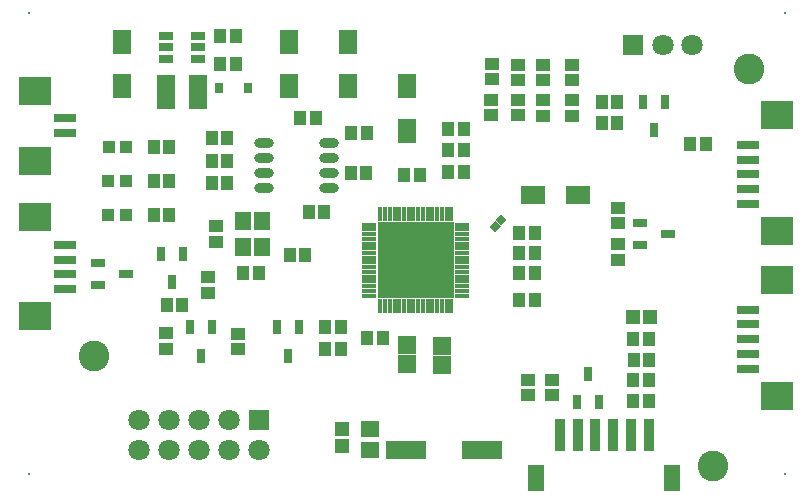
<source format=gts>
G04*
G04 #@! TF.GenerationSoftware,Altium Limited,Altium Designer,25.4.2 (15)*
G04*
G04 Layer_Color=8388736*
%FSLAX44Y44*%
%MOMM*%
G71*
G04*
G04 #@! TF.SameCoordinates,49B81D0F-A9A4-424D-AE8F-31BE1D99DEBE*
G04*
G04*
G04 #@! TF.FilePolarity,Negative*
G04*
G01*
G75*
G04:AMPARAMS|DCode=44|XSize=0.1mm|YSize=0.7mm|CornerRadius=0mm|HoleSize=0mm|Usage=FLASHONLY|Rotation=45.000|XOffset=0mm|YOffset=0mm|HoleType=Round|Shape=Rectangle|*
%AMROTATEDRECTD44*
4,1,4,0.2121,-0.2828,-0.2828,0.2121,-0.2121,0.2828,0.2828,-0.2121,0.2121,-0.2828,0.0*
%
%ADD44ROTATEDRECTD44*%

%ADD45R,1.0532X1.1532*%
%ADD46R,0.8032X1.2032*%
%ADD47P,0.9900X4X90.0*%
%ADD48R,1.5032X2.0032*%
%ADD49R,1.2032X1.1032*%
%ADD50R,1.2532X0.4032*%
%ADD51R,0.4032X1.2532*%
%ADD52R,6.4532X6.4532*%
%ADD53R,1.1032X1.2032*%
%ADD54R,1.2532X1.2032*%
%ADD55R,1.2032X1.2532*%
%ADD56R,1.6032X1.5032*%
%ADD57R,1.0032X1.0032*%
%ADD58R,1.4032X1.6032*%
%ADD59R,2.0032X1.5032*%
%ADD60C,2.6000*%
%ADD61R,1.1532X1.0532*%
%ADD62R,0.9532X2.7032*%
%ADD63R,1.4032X2.2032*%
%ADD64R,3.5032X1.5032*%
%ADD65R,1.5532X1.3532*%
%ADD66R,2.7032X2.4032*%
%ADD67R,1.9032X0.8032*%
%ADD68R,1.6032X2.9032*%
%ADD69R,0.7632X0.8932*%
%ADD70R,1.2032X0.7532*%
%ADD71O,1.6532X0.8032*%
%ADD72R,1.2032X0.8032*%
%ADD73C,1.8032*%
%ADD74R,1.8032X1.8032*%
%ADD75C,0.2032*%
D44*
X426828Y241828D02*
D03*
D45*
X197500Y295000D02*
D03*
X184500D02*
D03*
X197500Y276000D02*
D03*
X184500D02*
D03*
X148521Y248780D02*
D03*
X135521D02*
D03*
Y306780D02*
D03*
X148521D02*
D03*
Y277780D02*
D03*
X135521D02*
D03*
X266500Y252000D02*
D03*
X279500D02*
D03*
X191500Y401000D02*
D03*
X204500D02*
D03*
X204500Y377000D02*
D03*
X191500D02*
D03*
X554500Y126000D02*
D03*
X541500D02*
D03*
X302500Y319000D02*
D03*
X315500D02*
D03*
X280500Y154000D02*
D03*
X293500D02*
D03*
X293500Y136000D02*
D03*
X280500D02*
D03*
X602559Y309000D02*
D03*
X589559D02*
D03*
X514500Y345000D02*
D03*
X527500D02*
D03*
X527500Y327000D02*
D03*
X514500D02*
D03*
X315128Y284508D02*
D03*
X302128D02*
D03*
X184500Y314000D02*
D03*
X197500D02*
D03*
X159500Y173000D02*
D03*
X146500D02*
D03*
X554351Y109100D02*
D03*
X541351D02*
D03*
D46*
X184686Y154083D02*
D03*
X165686D02*
D03*
X175186Y130083D02*
D03*
X258500Y154000D02*
D03*
X239500D02*
D03*
X249000Y130000D02*
D03*
X150510Y192257D02*
D03*
X141010Y216257D02*
D03*
X160010D02*
D03*
X493330Y90910D02*
D03*
X512330D02*
D03*
X502830Y114910D02*
D03*
X568500Y345000D02*
D03*
X549500D02*
D03*
X559000Y321000D02*
D03*
D47*
X429657Y244657D02*
D03*
X424000Y239000D02*
D03*
D48*
X300000Y396000D02*
D03*
Y358000D02*
D03*
X350000Y320000D02*
D03*
X108000Y396000D02*
D03*
Y358000D02*
D03*
X350000Y358000D02*
D03*
X250000Y358000D02*
D03*
Y396000D02*
D03*
D49*
X188000Y239750D02*
D03*
Y226250D02*
D03*
X489000Y346813D02*
D03*
Y333312D02*
D03*
X465000Y346813D02*
D03*
Y333312D02*
D03*
D50*
X396433Y181000D02*
D03*
X396433Y185000D02*
D03*
Y189000D02*
D03*
X396433Y193000D02*
D03*
Y197000D02*
D03*
X396433Y201000D02*
D03*
Y205000D02*
D03*
Y209000D02*
D03*
X396433Y213000D02*
D03*
X396433Y217000D02*
D03*
X396433Y221000D02*
D03*
X396433Y225000D02*
D03*
Y229000D02*
D03*
X396433Y233000D02*
D03*
X396433Y237000D02*
D03*
Y241000D02*
D03*
X317933Y241000D02*
D03*
X317933Y237000D02*
D03*
X317933Y233000D02*
D03*
X317933Y229000D02*
D03*
Y225000D02*
D03*
X317933Y221000D02*
D03*
X317933Y217000D02*
D03*
X317933Y213000D02*
D03*
X317933Y209000D02*
D03*
X317933Y205000D02*
D03*
X317933Y201000D02*
D03*
Y197000D02*
D03*
Y193000D02*
D03*
X317933Y189000D02*
D03*
X317933Y185000D02*
D03*
X317933Y181000D02*
D03*
D51*
X387183Y250250D02*
D03*
X383183Y250250D02*
D03*
X379183Y250250D02*
D03*
X375183D02*
D03*
X371183D02*
D03*
X367183D02*
D03*
X363183D02*
D03*
X359183Y250250D02*
D03*
X355183Y250250D02*
D03*
X351183Y250250D02*
D03*
X347183D02*
D03*
X343183Y250250D02*
D03*
X339183Y250250D02*
D03*
X335183D02*
D03*
X331183Y250250D02*
D03*
X327183Y250250D02*
D03*
Y171750D02*
D03*
X331183D02*
D03*
X335183D02*
D03*
X339183Y171750D02*
D03*
X343183Y171750D02*
D03*
X347183D02*
D03*
X351183D02*
D03*
X355183Y171750D02*
D03*
X359183Y171750D02*
D03*
X363183Y171750D02*
D03*
X367183Y171750D02*
D03*
X371183Y171750D02*
D03*
X375183D02*
D03*
X379183Y171750D02*
D03*
X383183Y171750D02*
D03*
X387183Y171750D02*
D03*
D52*
X357183Y211000D02*
D03*
D53*
X457750Y234000D02*
D03*
X444250D02*
D03*
X384250Y304000D02*
D03*
X397750D02*
D03*
X540851Y92060D02*
D03*
X554351D02*
D03*
X554750Y144040D02*
D03*
X541250D02*
D03*
X259368Y331340D02*
D03*
X272868D02*
D03*
X316250Y145000D02*
D03*
X329750D02*
D03*
X384250Y322000D02*
D03*
X397750D02*
D03*
X360750Y283000D02*
D03*
X347250D02*
D03*
X250250Y215000D02*
D03*
X263750D02*
D03*
X397750Y286000D02*
D03*
X384250D02*
D03*
X444250Y200000D02*
D03*
X457750D02*
D03*
X444250Y177000D02*
D03*
X457750D02*
D03*
X444250Y217000D02*
D03*
X457750D02*
D03*
X224750Y200000D02*
D03*
X211250D02*
D03*
D54*
X540750Y163000D02*
D03*
X555250D02*
D03*
D55*
X295000Y53750D02*
D03*
Y68250D02*
D03*
D56*
X379000Y122000D02*
D03*
Y138000D02*
D03*
X350040Y138911D02*
D03*
Y122911D02*
D03*
D57*
X96521Y277780D02*
D03*
X111521D02*
D03*
X96521Y248780D02*
D03*
X111521D02*
D03*
X97021Y306780D02*
D03*
X112021D02*
D03*
D58*
X227000Y222000D02*
D03*
X211000D02*
D03*
X227000Y244000D02*
D03*
X211000D02*
D03*
D59*
X456183Y266000D02*
D03*
X494183D02*
D03*
D60*
X85000Y130000D02*
D03*
X639000Y373000D02*
D03*
X609000Y37000D02*
D03*
D61*
X444000Y376500D02*
D03*
Y363500D02*
D03*
X421250Y364000D02*
D03*
Y377000D02*
D03*
X421000Y346562D02*
D03*
Y333563D02*
D03*
X444000D02*
D03*
Y346562D02*
D03*
X181300Y183284D02*
D03*
Y196283D02*
D03*
X146000Y149000D02*
D03*
Y136000D02*
D03*
X207000Y148500D02*
D03*
Y135500D02*
D03*
X472040Y109500D02*
D03*
Y96500D02*
D03*
X528000Y211500D02*
D03*
Y224500D02*
D03*
Y255500D02*
D03*
Y242500D02*
D03*
X452000Y96500D02*
D03*
Y109500D02*
D03*
X489000Y363563D02*
D03*
Y376562D02*
D03*
X465000Y363563D02*
D03*
Y376562D02*
D03*
D62*
X479251Y63000D02*
D03*
X494251D02*
D03*
X509251D02*
D03*
X524251D02*
D03*
X539251D02*
D03*
X554251D02*
D03*
D63*
X459251Y26500D02*
D03*
X574251D02*
D03*
D64*
X349000Y50000D02*
D03*
X413000D02*
D03*
D65*
X318000Y67750D02*
D03*
Y50250D02*
D03*
D66*
X35000Y354250D02*
D03*
Y295250D02*
D03*
Y163250D02*
D03*
Y247250D02*
D03*
X663000Y194000D02*
D03*
Y95750D02*
D03*
Y333500D02*
D03*
Y235250D02*
D03*
D67*
X60000Y331000D02*
D03*
Y318500D02*
D03*
Y186500D02*
D03*
Y199000D02*
D03*
Y211500D02*
D03*
Y224000D02*
D03*
X638000Y169000D02*
D03*
Y156500D02*
D03*
Y144000D02*
D03*
Y131500D02*
D03*
Y119000D02*
D03*
Y308500D02*
D03*
Y296000D02*
D03*
Y283500D02*
D03*
Y271000D02*
D03*
Y258500D02*
D03*
D68*
X172500Y353000D02*
D03*
X145500D02*
D03*
D69*
X190800Y357000D02*
D03*
X215200D02*
D03*
D70*
X145500Y381500D02*
D03*
Y400500D02*
D03*
X172500D02*
D03*
Y391000D02*
D03*
Y381500D02*
D03*
X145500Y391000D02*
D03*
D71*
X283250Y271950D02*
D03*
Y284650D02*
D03*
Y297350D02*
D03*
Y310050D02*
D03*
X228750Y271950D02*
D03*
Y284650D02*
D03*
Y297350D02*
D03*
Y310050D02*
D03*
D72*
X88000Y208500D02*
D03*
Y189500D02*
D03*
X112000Y199000D02*
D03*
X571000Y233000D02*
D03*
X547000Y223500D02*
D03*
Y242500D02*
D03*
D73*
X198600Y76000D02*
D03*
X173200Y50600D02*
D03*
X147800Y76000D02*
D03*
Y50600D02*
D03*
X224000D02*
D03*
X173200Y76000D02*
D03*
X198600Y50600D02*
D03*
X122400Y76000D02*
D03*
Y50600D02*
D03*
X591386Y392790D02*
D03*
X566386D02*
D03*
D74*
X224000Y76000D02*
D03*
X541386Y392790D02*
D03*
D75*
X30000Y30000D02*
D03*
X670000D02*
D03*
X30000Y420000D02*
D03*
X670000D02*
D03*
M02*

</source>
